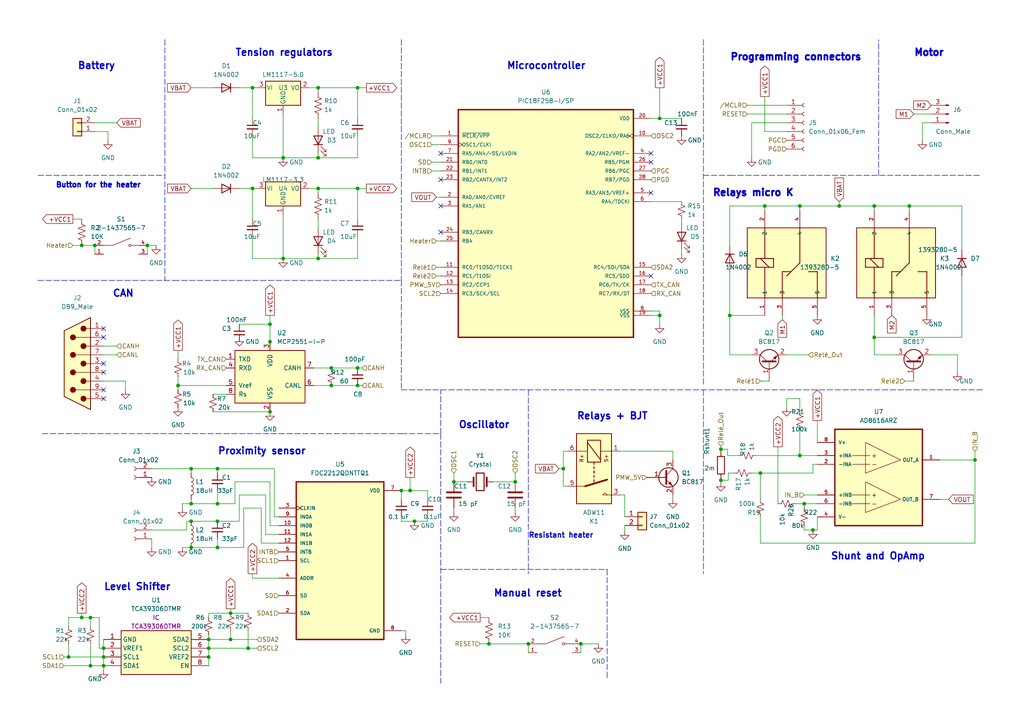
<source format=kicad_sch>
(kicad_sch (version 20211123) (generator eeschema)
  (paper "A4")
  (title_block (title "Projecte EDD: Maleter") (company "Universitat de Barcelona") (comment 1 "Bethany Quintero") (comment 2 "Jan Castillo"))
  (lib_symbols
    (symbol "BQ_library:1393280-5" (pin_names (offset 1.016))
      (property "Reference" "K" (at -10.1718 15.2577 0))
      (property "Value" "1393280-5" (at -10.1794 -15.269 0))
      (symbol "1393280-5_0_0"
        (pin passive line (at -15.24 7.62 0) (length 5.08) (name "1") (number "1"))
        (pin passive line (at 15.24 7.62 180) (length 5.08) (name "2") (number "2"))
        (pin passive line (at -15.24 2.54 0) (length 5.08) (name "3") (number "3"))
        (pin passive line (at 15.24 -2.54 180) (length 5.08) (name "4") (number "4"))
        (pin passive line (at -15.24 -7.62 0) (length 5.08) (name "5") (number "5"))
      )
    )
    (symbol "BQ_library:AD8616ARZ" (pin_names (offset 1.016))
      (property "Reference" "U6" (at 0 15.24 0))
      (property "Value" "AD8616ARZ" (at 0 12.7 0))
      (symbol "AD8616ARZ_0_0"
        (text "+" (at -1.27 -8.89 0) (effects (font (size 1.27 1.27))))
        (text "+" (at -1.27 2.54 0) (effects (font (size 1.27 1.27))))
        (text "-" (at -1.27 -11.43 0) (effects (font (size 1.27 1.27))))
        (text "-" (at -1.27 0 0) (effects (font (size 1.27 1.27))))
        (pin output line (at 17.78 1.27 180) (length 5.08) (name "OUT_A") (number "1"))
        (pin input line (at -17.78 0 0) (length 5.08) (name "-INA") (number "2"))
        (pin input line (at -17.78 2.54 0) (length 5.08) (name "+INA") (number "3"))
        (pin power_in line (at -17.78 -15.24 0) (length 5.08) (name "V-") (number "4"))
        (pin input line (at -17.78 -8.89 0) (length 5.08) (name "+INB") (number "5"))
        (pin input line (at -17.78 -11.43 0) (length 5.08) (name "-INB") (number "6"))
        (pin output line (at 17.78 -10.16 180) (length 5.08) (name "OUT_B") (number "7"))
        (pin power_in line (at -17.78 6.35 0) (length 5.08) (name "V+") (number "8"))
      )
    )
    (symbol "BQ_library:FDC2212QDNTTQ1" (pin_names (offset 1.016))
      (property "Reference" "U" (at -12.7 23.86 0))
      (property "Value" "FDC2212QDNTTQ1" (at -12.7 -26.86 0))
      (symbol "FDC2212QDNTTQ1_0_0"
        (pin input line (at -17.78 0 0) (length 5.08) (name "SCL") (number "1"))
        (pin input line (at -17.78 10.16 0) (length 5.08) (name "IN0B") (number "10"))
        (pin input line (at -17.78 7.62 0) (length 5.08) (name "IN1A") (number "11"))
        (pin input line (at -17.78 5.08 0) (length 5.08) (name "IN1B") (number "12"))
        (pin bidirectional line (at -17.78 -15.24 0) (length 5.08) (name "SDA") (number "2"))
        (pin input clock (at -17.78 15.24 0) (length 5.08) (name "CLKIN") (number "3"))
        (pin bidirectional line (at -17.78 -5.08 0) (length 5.08) (name "ADDR") (number "4"))
        (pin input line (at -17.78 2.54 0) (length 5.08) (name "INTB") (number "5"))
        (pin bidirectional line (at -17.78 -10.16 0) (length 5.08) (name "SD") (number "6"))
        (pin power_in line (at 17.78 20.32 180) (length 5.08) (name "VDD") (number "7"))
        (pin power_in line (at 17.78 -20.32 180) (length 5.08) (name "GND") (number "8"))
        (pin input line (at -17.78 12.7 0) (length 5.08) (name "IN0A") (number "9"))
      )
    )
    (symbol "BQ_library:PIC18F258-I{brace}slash}SP" (pin_names (offset 1.016))
      (property "Reference" "U5" (at 0 38.1 0))
      (property "Value" "PIC18F258-I/SP" (at 0 35.56 0))
      (symbol "PIC18F258-I{brace}slash}SP_0_0"
        (pin input line (at -30.48 25.4 0) (length 5.08) (name "~{MCLR/VPP}") (number "1"))
        (pin output clock (at 30.48 25.4 180) (length 5.08) (name "OSC2/CLKO/RA6") (number "10"))
        (pin bidirectional line (at -30.48 -12.7 0) (length 5.08) (name "RC0/T1OSO/T1CK1") (number "11"))
        (pin bidirectional line (at -30.48 -15.24 0) (length 5.08) (name "RC1/T1OSI") (number "12"))
        (pin bidirectional line (at -30.48 -17.78 0) (length 5.08) (name "RC2/CCP1") (number "13"))
        (pin bidirectional line (at -30.48 -20.32 0) (length 5.08) (name "RC3/SCK/SCL") (number "14"))
        (pin bidirectional line (at 30.48 -12.7 180) (length 5.08) (name "RC4/SDI/SDA") (number "15"))
        (pin bidirectional line (at 30.48 -15.24 180) (length 5.08) (name "RC5/SDO") (number "16"))
        (pin bidirectional line (at 30.48 -17.78 180) (length 5.08) (name "RC6/TX/CK") (number "17"))
        (pin bidirectional line (at 30.48 -20.32 180) (length 5.08) (name "RC7/RX/DT") (number "18"))
        (pin power_in line (at 30.48 -26.67 180) (length 5.08) (name "VSS") (number "19"))
        (pin bidirectional line (at -30.48 7.62 0) (length 5.08) (name "RA0/AN0/CVREF") (number "2"))
        (pin power_in line (at 30.48 30.48 180) (length 5.08) (name "VDD") (number "20"))
        (pin input line (at -30.48 17.78 0) (length 5.08) (name "RB0/INT0") (number "21"))
        (pin input line (at -30.48 15.24 0) (length 5.08) (name "RB1/INT1") (number "22"))
        (pin input line (at -30.48 12.7 0) (length 5.08) (name "RB2/CANTX/INT2") (number "23"))
        (pin bidirectional line (at -30.48 -2.54 0) (length 5.08) (name "RB3/CANRX") (number "24"))
        (pin bidirectional line (at -30.48 -5.08 0) (length 5.08) (name "RB4") (number "25"))
        (pin bidirectional line (at 30.48 17.78 180) (length 5.08) (name "RB5/PGM") (number "26"))
        (pin bidirectional line (at 30.48 15.24 180) (length 5.08) (name "RB6/PGC") (number "27"))
        (pin bidirectional line (at 30.48 12.7 180) (length 5.08) (name "RB7/PGD") (number "28"))
        (pin bidirectional line (at -30.48 5.08 0) (length 5.08) (name "RA1/AN1") (number "3"))
        (pin bidirectional line (at 30.48 20.32 180) (length 5.08) (name "RA2/AN2/VREF-") (number "4"))
        (pin bidirectional line (at 30.48 8.89 180) (length 5.08) (name "RA3/AN3/VREF+") (number "5"))
        (pin bidirectional line (at 30.48 6.35 180) (length 5.08) (name "RA4/T0CKI") (number "6"))
        (pin input line (at -30.48 20.32 0) (length 5.08) (name "RA5/AN4/~SS/LVDIN") (number "7"))
        (pin power_in line (at 30.48 -25.4 180) (length 5.08) (name "VSS") (number "8"))
        (pin input clock (at -30.48 22.86 0) (length 5.08) (name "OSC1/CLKI") (number "9"))
      )
    )
    (symbol "BQ_library:TCA39306DTMR"
      (property "Value" "TCA39306DTMR" (at 0 0 0))
      (property "Reference_1" "IC" (at 26.67 7.62 0))
      (property "Value_1" "TCA39306DTMR" (at 26.67 5.08 0))
      (symbol "TCA39306DTMR_1_1"
        (pin passive line (at 0 0 0) (length 5.08) (name "GND") (number "1"))
        (pin passive line (at 0 -2.54 0) (length 5.08) (name "VREF1") (number "2"))
        (pin passive line (at 0 -5.08 0) (length 5.08) (name "SCL1") (number "3"))
        (pin passive line (at 0 -7.62 0) (length 5.08) (name "SDA1") (number "4"))
        (pin passive line (at 30.48 0 180) (length 5.08) (name "SDA2") (number "5"))
        (pin passive line (at 30.48 -2.54 180) (length 5.08) (name "SCL2") (number "6"))
        (pin passive line (at 30.48 -5.08 180) (length 5.08) (name "VREF2") (number "7"))
        (pin passive line (at 30.48 -7.62 180) (length 5.08) (name "EN") (number "8"))
      )
    )
    (symbol "Connector:Conn_01x02_Female" (pin_names (offset 1.016) hide)
      (property "Reference" "J" (at 0 2.54 0))
      (property "Value" "Conn_01x02_Female" (at 0 -5.08 0))
      (symbol "Conn_01x02_Female_1_1"
        (pin passive line (at -5.08 0 0) (length 3.81) (name "Pin_1") (number "1"))
        (pin passive line (at -5.08 -2.54 0) (length 3.81) (name "Pin_2") (number "2"))
      )
    )
    (symbol "Connector:Conn_01x03_Male" (pin_names (offset 1.016) hide)
      (property "Reference" "J" (at 0 5.08 0))
      (property "Value" "Conn_01x03_Male" (at 0 -5.08 0))
      (symbol "Conn_01x03_Male_1_1"
        (pin passive line (at 5.08 2.54 180) (length 3.81) (name "Pin_1") (number "1"))
        (pin passive line (at 5.08 0 180) (length 3.81) (name "Pin_2") (number "2"))
        (pin passive line (at 5.08 -2.54 180) (length 3.81) (name "Pin_3") (number "3"))
      )
    )
    (symbol "Connector:Conn_01x06_Female" (pin_names (offset 1.016) hide)
      (property "Reference" "J" (at 0 7.62 0))
      (property "Value" "Conn_01x06_Female" (at 0 -10.16 0))
      (symbol "Conn_01x06_Female_1_1"
        (pin passive line (at -5.08 5.08 0) (length 3.81) (name "Pin_1") (number "1"))
        (pin passive line (at -5.08 2.54 0) (length 3.81) (name "Pin_2") (number "2"))
        (pin passive line (at -5.08 0 0) (length 3.81) (name "Pin_3") (number "3"))
        (pin passive line (at -5.08 -2.54 0) (length 3.81) (name "Pin_4") (number "4"))
        (pin passive line (at -5.08 -5.08 0) (length 3.81) (name "Pin_5") (number "5"))
        (pin passive line (at -5.08 -7.62 0) (length 3.81) (name "Pin_6") (number "6"))
      )
    )
    (symbol "Connector:DB9_Male" (pin_names (offset 1.016) hide)
      (property "Reference" "J" (at 0 13.97 0))
      (property "Value" "DB9_Male" (at 0 -14.605 0))
      (symbol "DB9_Male_1_1"
        (pin passive line (at -7.62 -10.16 0) (length 3.81) (name "1") (number "1"))
        (pin passive line (at -7.62 -5.08 0) (length 3.81) (name "2") (number "2"))
        (pin passive line (at -7.62 0 0) (length 3.81) (name "3") (number "3"))
        (pin passive line (at -7.62 5.08 0) (length 3.81) (name "4") (number "4"))
        (pin passive line (at -7.62 10.16 0) (length 3.81) (name "5") (number "5"))
        (pin passive line (at -7.62 -7.62 0) (length 3.81) (name "6") (number "6"))
        (pin passive line (at -7.62 -2.54 0) (length 3.81) (name "7") (number "7"))
        (pin passive line (at -7.62 2.54 0) (length 3.81) (name "8") (number "8"))
        (pin passive line (at -7.62 7.62 0) (length 3.81) (name "9") (number "9"))
      )
    )
    (symbol "Connector_Generic:Conn_01x02" (pin_names (offset 1.016) hide)
      (property "Reference" "J" (at 0 2.54 0))
      (property "Value" "Conn_01x02" (at 0 -5.08 0))
      (symbol "Conn_01x02_1_1"
        (pin passive line (at -5.08 0 0) (length 3.81) (name "Pin_1") (number "1"))
        (pin passive line (at -5.08 -2.54 0) (length 3.81) (name "Pin_2") (number "2"))
      )
    )
    (symbol "Device:C" (pin_numbers hide) (pin_names (offset 0.254))
      (property "Reference" "C" (at 0.635 2.54 0))
      (property "Value" "C" (at 0.635 -2.54 0))
      (symbol "C_1_1"
        (pin passive line (at 0 3.81 270) (length 2.794) (name "~") (number "1"))
        (pin passive line (at 0 -3.81 90) (length 2.794) (name "~") (number "2"))
      )
    )
    (symbol "Device:C_Small" (pin_numbers hide) (pin_names (offset 0.254) hide)
      (property "Reference" "C" (at 0.254 1.778 0))
      (property "Value" "C_Small" (at 0.254 -2.032 0))
      (symbol "C_Small_1_1"
        (pin passive line (at 0 2.54 270) (length 2.032) (name "~") (number "1"))
        (pin passive line (at 0 -2.54 90) (length 2.032) (name "~") (number "2"))
      )
    )
    (symbol "Device:Crystal" (pin_numbers hide) (pin_names (offset 1.016) hide)
      (property "Reference" "Y" (at 0 3.81 0))
      (property "Value" "Crystal" (at 0 -3.81 0))
      (symbol "Crystal_1_1"
        (pin passive line (at -3.81 0 0) (length 1.27) (name "1") (number "1"))
        (pin passive line (at 3.81 0 180) (length 1.27) (name "2") (number "2"))
      )
    )
    (symbol "Device:L" (pin_numbers hide) (pin_names (offset 1.016) hide)
      (property "Reference" "L" (at -1.27 0 90))
      (property "Value" "L" (at 1.905 0 90))
      (symbol "L_1_1"
        (pin passive line (at 0 3.81 270) (length 1.27) (name "1") (number "1"))
        (pin passive line (at 0 -3.81 90) (length 1.27) (name "2") (number "2"))
      )
    )
    (symbol "Device:LED" (pin_numbers hide) (pin_names (offset 1.016) hide)
      (property "Reference" "D" (at 0 2.54 0))
      (property "Value" "LED" (at 0 -2.54 0))
      (symbol "LED_1_1"
        (pin passive line (at -3.81 0 0) (length 2.54) (name "K") (number "1"))
        (pin passive line (at 3.81 0 180) (length 2.54) (name "A") (number "2"))
      )
    )
    (symbol "Device:R" (pin_numbers hide) (pin_names (offset 0))
      (property "Reference" "R" (at 2.032 0 90))
      (property "Value" "R" (at 0 0 90))
      (symbol "R_1_1"
        (pin passive line (at 0 3.81 270) (length 1.27) (name "~") (number "1"))
        (pin passive line (at 0 -3.81 90) (length 1.27) (name "~") (number "2"))
      )
    )
    (symbol "Device:R_Small_US" (pin_numbers hide) (pin_names (offset 0.254) hide)
      (property "Reference" "R" (at 0.762 0.508 0))
      (property "Value" "R_Small_US" (at 0.762 -1.016 0))
      (symbol "R_Small_US_1_1"
        (pin passive line (at 0 2.54 270) (length 1.016) (name "~") (number "1"))
        (pin passive line (at 0 -2.54 90) (length 1.016) (name "~") (number "2"))
      )
    )
    (symbol "Device:R_US" (pin_numbers hide) (pin_names (offset 0))
      (property "Reference" "R" (at 2.54 0 90))
      (property "Value" "R_US" (at -2.54 0 90))
      (symbol "R_US_1_1"
        (pin passive line (at 0 3.81 270) (length 1.27) (name "~") (number "1"))
        (pin passive line (at 0 -3.81 90) (length 1.27) (name "~") (number "2"))
      )
    )
    (symbol "Diode:1N4002" (pin_numbers hide) (pin_names (offset 1.016) hide)
      (property "Reference" "D" (at 0 2.54 0))
      (property "Value" "1N4002" (at 0 -2.54 0))
      (symbol "1N4002_1_1"
        (pin passive line (at -3.81 0 0) (length 2.54) (name "K") (number "1"))
        (pin passive line (at 3.81 0 180) (length 2.54) (name "A") (number "2"))
      )
    )
    (symbol "GND_1" (power) (pin_names (offset 0))
      (property "Value" "GND_1" (at 0 -3.81 0))
      (symbol "GND_1_1_1"
        (pin power_in line (at 0 0 270) (length 0) hide (name "GND") (number "1"))
      )
    )
    (symbol "GND_2" (power) (pin_names (offset 0))
      (property "Value" "GND_2" (at 0 -3.81 0))
      (symbol "GND_2_1_1"
        (pin power_in line (at 0 0 270) (length 0) hide (name "GND") (number "1"))
      )
    )
    (symbol "Interface_CAN_LIN:MCP2551-I-P" (pin_names (offset 1.016))
      (property "Reference" "U" (at -10.16 8.89 0))
      (property "Value" "MCP2551-I-P" (at 2.54 8.89 0))
      (symbol "MCP2551-I-P_1_1"
        (pin input line (at -12.7 5.08 0) (length 2.54) (name "TXD") (number "1"))
        (pin power_in line (at 0 -10.16 90) (length 2.54) (name "VSS") (number "2"))
        (pin power_in line (at 0 10.16 270) (length 2.54) (name "VDD") (number "3"))
        (pin output line (at -12.7 2.54 0) (length 2.54) (name "RXD") (number "4"))
        (pin power_out line (at -12.7 -2.54 0) (length 2.54) (name "Vref") (number "5"))
        (pin bidirectional line (at 12.7 -2.54 180) (length 2.54) (name "CANL") (number "6"))
        (pin bidirectional line (at 12.7 2.54 180) (length 2.54) (name "CANH") (number "7"))
        (pin input line (at -12.7 -5.08 0) (length 2.54) (name "Rs") (number "8"))
      )
    )
    (symbol "Llibreria_Prac3:2-1437565-7" (pin_names (offset 1.016))
      (property "Reference" "S" (at -2.54 2.54 0))
      (property "Value" "2-1437565-7" (at -2.54 -2.54 0))
      (symbol "2-1437565-7_0_0"
        (pin passive line (at -7.62 -2.54 0) (length 2.54) (name "~") (number "1"))
        (pin passive line (at -7.62 0 0) (length 2.54) (name "~") (number "2"))
        (pin passive line (at 7.62 -2.54 180) (length 2.54) (name "~") (number "3"))
        (pin passive line (at 7.62 0 180) (length 2.54) (name "~") (number "4"))
      )
    )
    (symbol "Regulator_Linear:LM1117-3.3" (pin_names (offset 0.254))
      (property "Reference" "U" (at -3.81 3.175 0))
      (property "Value" "LM1117-3.3" (at 0 3.175 0))
      (symbol "LM1117-3.3_1_1"
        (pin power_in line (at 0 -7.62 90) (length 2.54) (name "GND") (number "1"))
        (pin power_out line (at 7.62 0 180) (length 2.54) (name "VO") (number "2"))
        (pin power_in line (at -7.62 0 0) (length 2.54) (name "VI") (number "3"))
      )
    )
    (symbol "Regulator_Linear:LM1117-5.0" (pin_names (offset 0.254))
      (property "Reference" "U" (at -3.81 3.175 0))
      (property "Value" "LM1117-5.0" (at 0 3.175 0))
      (symbol "LM1117-5.0_1_1"
        (pin power_in line (at 0 -7.62 90) (length 2.54) (name "GND") (number "1"))
        (pin power_out line (at 7.62 0 180) (length 2.54) (name "VO") (number "2"))
        (pin power_in line (at -7.62 0 0) (length 2.54) (name "VI") (number "3"))
      )
    )
    (symbol "Relay:ADW11"
      (property "Reference" "K" (at 11.43 3.81 0))
      (property "Value" "ADW11" (at 13.97 1.27 0))
      (symbol "ADW11_1_1"
        (text "R+" (at -3.048 -3.556 0) (effects (font (size 1.016 1.016))))
        (text "S+" (at -3.048 3.556 0) (effects (font (size 1.016 1.016))))
        (pin passive line (at -5.08 7.62 270) (length 2.54) (name "~") (number "1"))
        (pin passive line (at 7.62 7.62 270) (length 2.54) (name "~") (number "3"))
        (pin passive line (at 5.08 -7.62 90) (length 2.54) (name "~") (number "5"))
        (pin passive line (at -5.08 -7.62 90) (length 2.54) (name "~") (number "6"))
      )
    )
    (symbol "Transistor_BJT:BC817" (pin_names (offset 0) hide)
      (property "Reference" "Q" (at 5.08 1.905 0))
      (property "Value" "BC817" (at 5.08 0 0))
      (symbol "BC817_1_1"
        (pin input line (at -5.08 0 0) (length 5.715) (name "B") (number "1"))
        (pin passive line (at 2.54 -5.08 90) (length 2.54) (name "E") (number "2"))
        (pin passive line (at 2.54 5.08 270) (length 2.54) (name "C") (number "3"))
      )
    )
    (symbol "power:GND" (power) (pin_names (offset 0))
      (property "Value" "GND" (at 0 -3.81 0))
      (symbol "GND_1_1"
        (pin power_in line (at 0 0 270) (length 0) hide (name "GND") (number "1"))
      )
    )
  )
  (junction (at 233.2482 146.1008))
  (junction (at 153.2382 186.7408))
  (junction (at 55.4482 151.1808))
  (junction (at 263.7282 59.7408))
  (junction (at 73.2282 25.4508))
  (junction (at 63.0682 158.8008))
  (junction (at 96.0882 106.7308))
  (junction (at 211.6582 91.4908))
  (junction (at 66.8782 177.8508))
  (junction (at 116.4082 142.2908))
  (junction (at 220.5482 137.2108))
  (junction (at 82.1182 74.9808))
  (junction (at 82.1182 45.7708))
  (junction (at 42.7482 71.1708))
  (junction (at 118.9482 142.2908))
  (junction (at 141.8082 186.7408))
  (junction (at 30.0482 188.0108))
  (junction (at 92.2782 54.6608))
  (junction (at 63.0682 151.1808))
  (junction (at 131.6482 139.7508))
  (junction (at 60.5282 185.4708))
  (junction (at 209.0928 139.2936))
  (junction (at 96.0882 111.8108))
  (junction (at 51.6382 111.8108))
  (junction (at 27.5082 71.1708))
  (junction (at 60.5282 190.5508))
  (junction (at 78.3082 99.1108))
  (junction (at 103.7082 54.6608))
  (junction (at 120.2182 151.1808))
  (junction (at 149.4282 139.7508))
  (junction (at 168.4782 186.7408))
  (junction (at 23.6982 71.1708))
  (junction (at 103.7082 111.8108))
  (junction (at 103.7082 106.7308))
  (junction (at 63.0682 135.9408))
  (junction (at 78.3082 119.4308))
  (junction (at 55.4482 146.1008))
  (junction (at 103.7082 25.4508))
  (junction (at 221.8182 59.7408))
  (junction (at 209.0928 130.302))
  (junction (at 235.7882 153.7208))
  (junction (at 231.9782 59.7408))
  (junction (at 60.5282 188.0108))
  (junction (at 243.4082 59.7408))
  (junction (at 282.7782 133.4008))
  (junction (at 63.0682 146.1008))
  (junction (at 19.8882 190.5508))
  (junction (at 78.3082 94.0308))
  (junction (at 55.4482 158.8008))
  (junction (at 23.6982 179.1208))
  (junction (at 191.3382 34.3408))
  (junction (at 71.9582 188.0108))
  (junction (at 163.3982 135.9408))
  (junction (at 30.0482 193.0908))
  (junction (at 92.2782 74.9808))
  (junction (at 26.2382 193.0908))
  (junction (at 253.5682 97.8408))
  (junction (at 92.2782 25.4508))
  (junction (at 253.5682 59.7408))
  (junction (at 30.0482 190.5508))
  (junction (at 191.3382 91.4908))
  (junction (at 92.2782 45.7708))
  (junction (at 231.9782 132.1308))
  (junction (at 26.2382 179.1208))
  (junction (at 55.4482 135.9408))
  (junction (at 73.2282 54.6608))
  (junction (at 66.8782 185.4708))
  (no_connect (at 30.0482 105.4608))
  (no_connect (at 127.8382 59.7408))
  (no_connect (at 188.7982 55.9308))
  (no_connect (at 30.0482 113.0808))
  (no_connect (at 30.0482 97.8408))
  (no_connect (at 127.8382 44.5008))
  (no_connect (at 30.0482 95.3008))
  (no_connect (at 127.8382 52.1208))
  (no_connect (at 188.7982 44.5008))
  (no_connect (at 127.8382 67.3608))
  (no_connect (at 30.0482 115.6208))
  (no_connect (at 30.0482 108.0008))
  (no_connect (at 188.7982 80.0608))
  (no_connect (at 188.7982 47.0408))
  (wire (pts (xy 282.7782 130.8608) (xy 282.7782 133.4008)))
  (wire (pts (xy 181.2036 154.0002) (xy 181.2036 152.4)))
  (polyline (pts (xy 204.0382 113.0808) (xy 204.0382 166.4208)))
  (wire (pts (xy 103.7082 34.3408) (xy 103.7082 25.4508)))
  (wire (pts (xy 79.5782 149.9108) (xy 80.8482 149.9108)))
  (wire (pts (xy 126.5682 80.0608) (xy 127.8382 80.0608)))
  (wire (pts (xy 28.7782 179.1208) (xy 26.2382 179.1208)))
  (wire (pts (xy 233.2482 146.1008) (xy 233.2482 147.3708)))
  (wire (pts (xy 78.3082 94.0308) (xy 78.3082 99.1108)))
  (wire (pts (xy 164.6682 130.8608) (xy 163.3982 130.8608)))
  (wire (pts (xy 235.7882 134.6708) (xy 237.0582 134.6708)))
  (wire (pts (xy 124.0282 142.2908) (xy 124.0282 144.8308)))
  (polyline (pts (xy 254.8382 50.8508) (xy 254.8382 11.4808)))
  (wire (pts (xy 63.0682 158.8008) (xy 70.6882 158.8008)))
  (wire (pts (xy 36.3982 110.5408) (xy 36.3982 113.0808)))
  (wire (pts (xy 73.2282 167.6908) (xy 80.8482 167.6908)))
  (wire (pts (xy 116.4082 182.9308) (xy 117.6782 182.9308)))
  (wire (pts (xy 66.8782 185.4708) (xy 74.4982 185.4708)))
  (wire (pts (xy 209.0928 129.3876) (xy 209.0928 130.302)))
  (wire (pts (xy 103.7082 63.5508) (xy 103.7082 54.6608)))
  (wire (pts (xy 188.7982 34.3408) (xy 191.3382 34.3408)))
  (wire (pts (xy 235.7882 153.7208) (xy 237.0582 153.7208)))
  (wire (pts (xy 103.7082 106.7308) (xy 104.9782 106.7308)))
  (wire (pts (xy 103.7082 25.4508) (xy 106.2482 25.4508)))
  (wire (pts (xy 116.4082 142.2908) (xy 118.9482 142.2908)))
  (wire (pts (xy 179.9082 130.8608) (xy 195.1482 130.8608)))
  (wire (pts (xy 28.7782 188.0108) (xy 28.7782 179.1208)))
  (wire (pts (xy 60.5282 184.2008) (xy 60.5282 185.4708)))
  (wire (pts (xy 73.2282 45.7708) (xy 82.1182 45.7708)))
  (wire (pts (xy 69.4182 94.0308) (xy 78.3082 94.0308)))
  (wire (pts (xy 21.1582 63.5508) (xy 23.6982 63.5508)))
  (wire (pts (xy 73.2282 25.4508) (xy 73.2282 34.3408)))
  (wire (pts (xy 55.4482 54.6608) (xy 61.7982 54.6608)))
  (wire (pts (xy 66.8782 182.9308) (xy 66.8782 185.4708)))
  (wire (pts (xy 63.0682 156.2608) (xy 63.0682 158.8008)))
  (wire (pts (xy 228.1682 115.6208) (xy 228.1682 118.1608)))
  (wire (pts (xy 69.4182 25.4508) (xy 73.2282 25.4508)))
  (wire (pts (xy 60.5282 190.5508) (xy 60.5282 193.0908)))
  (wire (pts (xy 220.5482 157.5308) (xy 220.5482 149.9108)))
  (wire (pts (xy 195.1482 130.8608) (xy 195.1482 133.4008)))
  (wire (pts (xy 219.2782 132.1308) (xy 231.9782 132.1308)))
  (wire (pts (xy 168.4782 186.7408) (xy 168.4782 189.2808)))
  (wire (pts (xy 69.4182 143.5608) (xy 69.4182 151.1808)))
  (wire (pts (xy 216.7382 30.5308) (xy 228.1682 30.5308)))
  (wire (pts (xy 218.0082 35.6108) (xy 228.1682 35.6108)))
  (wire (pts (xy 211.0232 132.1308) (xy 214.1982 132.1308)))
  (wire (pts (xy 44.0182 153.7208) (xy 54.1782 153.7208)))
  (wire (pts (xy 92.2782 25.4508) (xy 103.7082 25.4508)))
  (polyline (pts (xy 127.8382 165.1508) (xy 176.0982 165.1508)))
  (wire (pts (xy 139.2682 186.7408) (xy 141.8082 186.7408)))
  (polyline (pts (xy 116.4082 125.7808) (xy 127.8382 125.7808)))
  (wire (pts (xy 92.2782 34.3408) (xy 92.2782 36.8808)))
  (wire (pts (xy 116.4082 149.9108) (xy 116.4082 151.1808)))
  (wire (pts (xy 63.0682 142.2908) (xy 63.0682 146.1008)))
  (wire (pts (xy 211.0232 130.302) (xy 209.0928 130.302)))
  (wire (pts (xy 191.3382 90.2208) (xy 191.3382 91.4908)))
  (wire (pts (xy 235.7882 137.2108) (xy 235.7882 134.6708)))
  (wire (pts (xy 233.2482 152.4508) (xy 233.2482 153.7208)))
  (wire (pts (xy 188.7982 91.4908) (xy 191.3382 91.4908)))
  (wire (pts (xy 126.5682 77.5208) (xy 127.8382 77.5208)))
  (wire (pts (xy 69.4182 143.5608) (xy 77.0382 143.5608)))
  (polyline (pts (xy 116.4082 81.3308) (xy 116.4082 81.3308)))
  (wire (pts (xy 68.1482 139.7508) (xy 68.1482 146.1008)))
  (wire (pts (xy 63.0682 135.9408) (xy 63.0682 137.2108)))
  (wire (pts (xy 70.6882 147.3708) (xy 70.6882 158.8008)))
  (wire (pts (xy 92.2782 54.6608) (xy 103.7082 54.6608)))
  (wire (pts (xy 51.6382 101.6508) (xy 51.6382 104.1908)))
  (wire (pts (xy 103.7082 39.4208) (xy 103.7082 45.7708)))
  (wire (pts (xy 278.9682 80.0608) (xy 278.9682 97.8408)))
  (wire (pts (xy 220.5482 157.5308) (xy 282.7782 157.5308)))
  (wire (pts (xy 60.5282 177.8508) (xy 66.8782 177.8508)))
  (wire (pts (xy 231.9782 59.7408) (xy 231.9782 61.0108)))
  (polyline (pts (xy 12.2682 125.7808) (xy 116.4082 125.7808)))
  (wire (pts (xy 23.6982 71.1708) (xy 27.5082 71.1708)))
  (wire (pts (xy 55.4482 25.4508) (xy 61.7982 25.4508)))
  (polyline (pts (xy 204.0382 11.4808) (xy 204.0382 111.8108)))
  (wire (pts (xy 253.5682 91.4908) (xy 253.5682 97.8408)))
  (wire (pts (xy 272.6182 144.8308) (xy 275.1582 144.8308)))
  (wire (pts (xy 68.1482 139.7508) (xy 78.3082 139.7508)))
  (wire (pts (xy 118.9482 142.2908) (xy 124.0282 142.2908)))
  (wire (pts (xy 26.2382 179.1208) (xy 23.6982 179.1208)))
  (wire (pts (xy 218.0082 102.9208) (xy 211.6582 102.9208)))
  (wire (pts (xy 92.2782 54.6608) (xy 92.2782 55.9308)))
  (wire (pts (xy 73.2282 39.4208) (xy 73.2282 45.7708)))
  (wire (pts (xy 179.9082 143.5608) (xy 181.1782 143.5608)))
  (wire (pts (xy 253.5682 59.7408) (xy 263.7282 59.7408)))
  (wire (pts (xy 237.0582 149.9108) (xy 237.0582 153.7208)))
  (wire (pts (xy 55.4482 146.1008) (xy 63.0682 146.1008)))
  (wire (pts (xy 44.0182 135.9408) (xy 55.4482 135.9408)))
  (wire (pts (xy 225.6282 129.5908) (xy 225.6282 146.1008)))
  (wire (pts (xy 226.8982 92.7608) (xy 226.8982 91.4908)))
  (wire (pts (xy 19.8882 186.7408) (xy 19.8882 190.5508)))
  (wire (pts (xy 211.6582 59.7408) (xy 221.8182 59.7408)))
  (wire (pts (xy 55.4482 135.9408) (xy 55.4482 137.2108)))
  (wire (pts (xy 92.2782 74.9808) (xy 103.7082 74.9808)))
  (wire (pts (xy 231.9782 132.1308) (xy 237.0582 132.1308)))
  (wire (pts (xy 116.4082 142.2908) (xy 116.4082 144.8308)))
  (wire (pts (xy 220.5482 137.2108) (xy 220.5482 144.8308)))
  (wire (pts (xy 173.5582 186.7408) (xy 168.4782 186.7408)))
  (wire (pts (xy 126.5682 69.9008) (xy 127.8382 69.9008)))
  (wire (pts (xy 212.9282 137.2108) (xy 211.2264 137.2108)))
  (wire (pts (xy 220.5482 110.5408) (xy 223.0882 110.5408)))
  (wire (pts (xy 211.6582 78.7908) (xy 211.6582 91.4908)))
  (wire (pts (xy 228.1682 115.6208) (xy 231.9782 115.6208)))
  (wire (pts (xy 103.7082 54.6608) (xy 106.2482 54.6608)))
  (polyline (pts (xy 116.4082 113.0808) (xy 116.4082 113.0808)))
  (polyline (pts (xy 10.9982 50.8508) (xy 47.8282 50.8508)))
  (wire (pts (xy 209.0928 139.2936) (xy 209.0928 138.7348)))
  (wire (pts (xy 73.2282 54.6608) (xy 74.4982 54.6608)))
  (wire (pts (xy 96.0882 106.7308) (xy 103.7082 106.7308)))
  (wire (pts (xy 27.5082 35.6108) (xy 33.8582 35.6108)))
  (wire (pts (xy 253.5682 97.8408) (xy 253.5682 102.9208)))
  (wire (pts (xy 233.2482 146.1008) (xy 237.0582 146.1008)))
  (wire (pts (xy 75.7682 157.5308) (xy 80.8482 157.5308)))
  (wire (pts (xy 124.0282 149.9108) (xy 124.0282 151.1808)))
  (wire (pts (xy 253.5682 59.7408) (xy 253.5682 61.0108)))
  (wire (pts (xy 278.9682 59.7408) (xy 263.7282 59.7408)))
  (wire (pts (xy 163.3982 135.9408) (xy 163.3982 130.8608)))
  (wire (pts (xy 42.7482 71.1708) (xy 42.7482 73.7108)))
  (wire (pts (xy 191.3382 91.4908) (xy 191.3382 94.0308)))
  (wire (pts (xy 103.7082 68.6308) (xy 103.7082 74.9808)))
  (wire (pts (xy 60.5282 188.0108) (xy 60.5282 190.5508)))
  (wire (pts (xy 82.1182 45.7708) (xy 92.2782 45.7708)))
  (wire (pts (xy 92.2782 45.7708) (xy 103.7082 45.7708)))
  (wire (pts (xy 164.6682 141.0208) (xy 163.3982 141.0208)))
  (wire (pts (xy 18.6182 193.0908) (xy 26.2382 193.0908)))
  (polyline (pts (xy 116.4082 11.4808) (xy 116.4082 81.3308)))
  (wire (pts (xy 82.1182 33.0708) (xy 82.1182 45.7708)))
  (wire (pts (xy 51.6382 111.8108) (xy 65.6082 111.8108)))
  (wire (pts (xy 30.0482 185.4708) (xy 30.0482 188.0108)))
  (wire (pts (xy 78.3082 139.7508) (xy 78.3082 152.4508)))
  (wire (pts (xy 73.2282 166.4208) (xy 73.2282 167.6908)))
  (wire (pts (xy 270.0782 35.6108) (xy 267.5382 35.6108)))
  (wire (pts (xy 27.5082 38.1508) (xy 31.3182 38.1508)))
  (wire (pts (xy 26.2382 186.7408) (xy 26.2382 193.0908)))
  (polyline (pts (xy 47.8282 11.4808) (xy 47.8282 81.3308)))
  (wire (pts (xy 69.4182 54.6608) (xy 73.2282 54.6608)))
  (wire (pts (xy 30.0482 193.0908) (xy 30.0482 194.3608)))
  (wire (pts (xy 30.0482 188.0108) (xy 30.0482 190.5508)))
  (wire (pts (xy 221.8182 59.7408) (xy 231.9782 59.7408)))
  (wire (pts (xy 220.5482 137.2108) (xy 235.7882 137.2108)))
  (wire (pts (xy 55.4482 135.9408) (xy 63.0682 135.9408)))
  (wire (pts (xy 18.6182 190.5508) (xy 19.8882 190.5508)))
  (polyline (pts (xy 116.4082 81.3308) (xy 116.4082 113.0808)))
  (polyline (pts (xy 153.2382 113.0808) (xy 153.2382 166.4208)))
  (polyline (pts (xy 176.0982 165.1508) (xy 176.0982 196.9008)))
  (wire (pts (xy 233.2482 153.7208) (xy 235.7882 153.7208)))
  (wire (pts (xy 211.2264 139.2936) (xy 209.0928 139.2936)))
  (wire (pts (xy 104.9782 111.8108) (xy 103.7082 111.8108)))
  (polyline (pts (xy 211.6582 50.8508) (xy 266.2682 50.8508)))
  (wire (pts (xy 44.0182 156.2608) (xy 44.0182 158.8008)))
  (wire (pts (xy 211.0232 132.1308) (xy 211.0232 130.302)))
  (wire (pts (xy 55.4482 144.8308) (xy 55.4482 146.1008)))
  (wire (pts (xy 221.8182 38.1508) (xy 221.8182 27.9908)))
  (wire (pts (xy 272.6182 133.4008) (xy 282.7782 133.4008)))
  (wire (pts (xy 143.0782 139.7508) (xy 149.4282 139.7508)))
  (wire (pts (xy 278.9682 97.8408) (xy 253.5682 97.8408)))
  (wire (pts (xy 51.6382 109.2708) (xy 51.6382 111.8108)))
  (wire (pts (xy 78.3082 91.4908) (xy 78.3082 94.0308)))
  (wire (pts (xy 131.6482 139.7508) (xy 135.4582 139.7508)))
  (polyline (pts (xy 284.0482 50.8508) (xy 266.2682 50.8508)))
  (wire (pts (xy 89.7382 54.6608) (xy 92.2782 54.6608)))
  (wire (pts (xy 92.2782 44.5008) (xy 92.2782 45.7708)))
  (polyline (pts (xy 127.8382 125.7808) (xy 127.8382 113.0808)))
  (wire (pts (xy 277.6982 102.9208) (xy 277.6982 108.0008)))
  (wire (pts (xy 79.5782 135.9408) (xy 79.5782 149.9108)))
  (wire (pts (xy 233.2482 143.5608) (xy 237.0582 143.5608)))
  (wire (pts (xy 282.7782 157.5308) (xy 282.7782 133.4008)))
  (wire (pts (xy 71.9582 188.0108) (xy 74.4982 188.0108)))
  (polyline (pts (xy 204.0382 50.8508) (xy 211.6582 50.8508)))
  (wire (pts (xy 30.0482 190.5508) (xy 30.0482 193.0908)))
  (wire (pts (xy 63.0682 151.1808) (xy 69.4182 151.1808)))
  (wire (pts (xy 267.5382 35.6108) (xy 267.5382 40.6908)))
  (wire (pts (xy 66.8782 177.8508) (xy 71.9582 177.8508)))
  (wire (pts (xy 228.1682 102.9208) (xy 234.5182 102.9208)))
  (wire (pts (xy 209.0928 139.9286) (xy 209.0928 139.2936)))
  (wire (pts (xy 211.6582 102.9208) (xy 211.6582 91.4908)))
  (wire (pts (xy 28.7782 188.0108) (xy 30.0482 188.0108)))
  (wire (pts (xy 117.6782 182.9308) (xy 117.6782 184.2008)))
  (wire (pts (xy 125.2982 39.4208) (xy 127.8382 39.4208)))
  (wire (pts (xy 211.6582 71.1708) (xy 211.6582 59.7408)))
  (wire (pts (xy 27.5082 71.1708) (xy 27.5082 73.7108)))
  (wire (pts (xy 191.3382 34.3408) (xy 197.6882 34.3408)))
  (wire (pts (xy 52.9082 146.1008) (xy 55.4482 146.1008)))
  (wire (pts (xy 19.8882 181.6608) (xy 19.8882 179.1208)))
  (wire (pts (xy 92.2782 25.4508) (xy 92.2782 26.7208)))
  (wire (pts (xy 163.3982 135.9408) (xy 162.1282 135.9408)))
  (wire (pts (xy 126.5682 57.2008) (xy 127.8382 57.2008)))
  (wire (pts (xy 70.6882 147.3708) (xy 75.7682 147.3708)))
  (wire (pts (xy 131.6482 147.3708) (xy 131.6482 148.6408)))
  (wire (pts (xy 69.4182 99.1108) (xy 69.4182 97.8408)))
  (wire (pts (xy 91.0082 111.8108) (xy 96.0882 111.8108)))
  (polyline (pts (xy 116.4082 113.0808) (xy 285.3182 113.0808)))
  (wire (pts (xy 218.0082 45.7708) (xy 218.0082 35.6108)))
  (wire (pts (xy 228.1682 38.1508) (xy 221.8182 38.1508)))
  (wire (pts (xy 75.7682 147.3708) (xy 75.7682 157.5308)))
  (wire (pts (xy 26.2382 193.0908) (xy 30.0482 193.0908)))
  (wire (pts (xy 149.4282 147.3708) (xy 149.4282 148.6408)))
  (wire (pts (xy 278.9682 72.4408) (xy 278.9682 59.7408)))
  (wire (pts (xy 54.1782 153.7208) (xy 54.1782 151.1808)))
  (wire (pts (xy 73.2282 25.4508) (xy 74.4982 25.4508)))
  (wire (pts (xy 23.6982 179.1208) (xy 23.6982 177.8508)))
  (wire (pts (xy 197.6882 63.5508) (xy 197.6882 64.8208)))
  (wire (pts (xy 73.2282 74.9808) (xy 82.1182 74.9808)))
  (polyline (pts (xy 10.9982 81.3308) (xy 50.3682 81.3308)))
  (wire (pts (xy 60.5282 185.4708) (xy 66.8782 185.4708)))
  (wire (pts (xy 191.3382 25.4508) (xy 191.3382 34.3408)))
  (wire (pts (xy 66.8782 176.5808) (xy 66.8782 177.8508)))
  (wire (pts (xy 61.7982 119.4308) (xy 78.3082 119.4308)))
  (wire (pts (xy 82.1182 74.9808) (xy 92.2782 74.9808)))
  (wire (pts (xy 195.1482 143.5608) (xy 195.1482 144.8308)))
  (wire (pts (xy 237.0582 121.9708) (xy 237.0582 128.3208)))
  (wire (pts (xy 230.7082 146.1008) (xy 233.2482 146.1008)))
  (wire (pts (xy 243.4082 59.7408) (xy 243.4082 58.4708)))
  (wire (pts (xy 51.6382 111.8108) (xy 51.6382 113.0808)))
  (wire (pts (xy 73.2282 54.6608) (xy 73.2282 63.5508)))
  (wire (pts (xy 60.5282 177.8508) (xy 60.5282 179.1208)))
  (wire (pts (xy 139.2682 179.1208) (xy 141.8082 179.1208)))
  (wire (pts (xy 125.2982 41.9608) (xy 127.8382 41.9608)))
  (wire (pts (xy 52.9082 146.1008) (xy 52.9082 147.3708)))
  (wire (pts (xy 188.7982 58.4708) (xy 197.6882 58.4708)))
  (wire (pts (xy 141.8082 186.7408) (xy 153.2382 186.7408)))
  (wire (pts (xy 188.7982 90.2208) (xy 191.3382 90.2208)))
  (wire (pts (xy 19.8882 179.1208) (xy 23.6982 179.1208)))
  (wire (pts (xy 92.2782 73.7108) (xy 92.2782 74.9808)))
  (wire (pts (xy 26.2382 179.1208) (xy 26.2382 181.6608)))
  (wire (pts (xy 149.4282 137.2108) (xy 149.4282 139.7508)))
  (wire (pts (xy 216.7382 33.0708) (xy 228.1682 33.0708)))
  (wire (pts (xy 89.7382 25.4508) (xy 92.2782 25.4508)))
  (wire (pts (xy 45.2882 71.1708) (xy 42.7482 71.1708)))
  (wire (pts (xy 96.0882 111.8108) (xy 103.7082 111.8108)))
  (wire (pts (xy 91.0082 106.7308) (xy 96.0882 106.7308)))
  (wire (pts (xy 153.2382 186.7408) (xy 153.2382 189.2808)))
  (polyline (pts (xy 50.3682 81.3308) (xy 116.4082 81.3308)))
  (wire (pts (xy 253.5682 102.9208) (xy 259.9182 102.9208)))
  (wire (pts (xy 73.2282 68.6308) (xy 73.2282 74.9808)))
  (wire (pts (xy 211.2264 137.2108) (xy 211.2264 139.2936)))
  (wire (pts (xy 125.2982 49.5808) (xy 127.8382 49.5808)))
  (wire (pts (xy 221.8182 91.4908) (xy 211.6582 91.4908)))
  (wire (pts (xy 231.9782 124.5108) (xy 231.9782 132.1308)))
  (wire (pts (xy 21.1582 71.1708) (xy 23.6982 71.1708)))
  (wire (pts (xy 82.1182 62.2808) (xy 82.1182 74.9808)))
  (polyline (pts (xy 127.8382 125.7808) (xy 127.8382 198.1708)))
  (wire (pts (xy 125.2982 47.0408) (xy 127.8382 47.0408)))
  (wire (pts (xy 118.9482 138.4808) (xy 118.9482 142.2908)))
  (wire (pts (xy 55.4482 158.8008) (xy 63.0682 158.8008)))
  (wire (pts (xy 60.5282 185.4708) (xy 60.5282 188.0108)))
  (wire (pts (xy 60.5282 188.0108) (xy 71.9582 188.0108)))
  (wire (pts (xy 77.0382 154.9908) (xy 80.8482 154.9908)))
  (wire (pts (xy 65.6082 114.3508) (xy 61.7982 114.3508)))
  (wire (pts (xy 181.1782 143.5608) (xy 181.2036 149.86)))
  (wire (pts (xy 54.1782 151.1808) (xy 55.4482 151.1808)))
  (wire (pts (xy 116.4082 151.1808) (xy 120.2182 151.1808)))
  (wire (pts (xy 33.8582 100.3808) (xy 30.0482 100.3808)))
  (wire (pts (xy 120.2182 151.1808) (xy 124.0282 151.1808)))
  (wire (pts (xy 263.7282 59.7408) (xy 263.7282 61.0108)))
  (wire (pts (xy 77.0382 143.5608) (xy 77.0382 154.9908)))
  (wire (pts (xy 264.9982 33.0708) (xy 270.0782 33.0708)))
  (wire (pts (xy 30.0482 110.5408) (xy 36.3982 110.5408)))
  (wire (pts (xy 131.6482 137.2108) (xy 131.6482 139.7508)))
  (wire (pts (xy 71.9582 182.9308) (xy 71.9582 188.0108)))
  (wire (pts (xy 197.6882 72.4408) (xy 197.6882 73.7108)))
  (wire (pts (xy 63.0682 135.9408) (xy 79.5782 135.9408)))
  (wire (pts (xy 31.3182 38.1508) (xy 31.3182 40.6908)))
  (wire (pts (xy 231.9782 119.4308) (xy 231.9782 115.6208)))
  (wire (pts (xy 218.0082 137.2108) (xy 220.5482 137.2108)))
  (wire (pts (xy 55.4482 151.1808) (xy 63.0682 151.1808)))
  (wire (pts (xy 92.2782 63.5508) (xy 92.2782 66.0908)))
  (wire (pts (xy 33.8582 102.9208) (xy 30.0482 102.9208)))
  (wire (pts (xy 163.3982 141.0208) (xy 163.3982 135.9408)))
  (wire (pts (xy 68.1482 146.1008) (xy 63.0682 146.1008)))
  (wire (pts (xy 209.0928 130.302) (xy 209.0928 131.1148)))
  (wire (pts (xy 19.8882 190.5508) (xy 30.0482 190.5508)))
  (wire (pts (xy 270.0782 102.9208) (xy 277.6982 102.9208)))
  (wire (pts (xy 78.3082 99.1108) (xy 78.3082 100.3808)))
  (wire (pts (xy 231.9782 59.7408) (xy 243.4082 59.7408)))
  (wire (pts (xy 52.9082 158.8008) (xy 55.4482 158.8008)))
  (wire (pts (xy 78.3082 152.4508) (xy 80.8482 152.4508)))
  (wire (pts (xy 262.4582 110.5408) (xy 264.9982 110.5408)))
  (wire (pts (xy 221.8182 59.7408) (xy 221.8182 61.0108)))
  (wire (pts (xy 243.4082 59.7408) (xy 253.5682 59.7408)))
  (text "CAN\n" (at 32.5882 86.4108 0) (effects (font (size 2 2) (thickness 0.4) bold) (justify left bottom)))
  (text "Tension regulators" (at 68.1482 16.5608 0) (effects (font (size 2 2) (thickness 0.4) bold) (justify left bottom)))
  (text "Button for the heater" (at 16.0782 54.6608 0) (effects (font (size 1.5 1.5) (thickness 0.4) bold) (justify left bottom)))
  (text "Level Shifter" (at 30.0482 171.5008 0) (effects (font (size 2 2) (thickness 0.4) bold) (justify left bottom)))
  (text "Motor\n" (at 264.9982 16.5608 0) (effects (font (size 2 2) (thickness 0.6) bold) (justify left bottom)))
  (text "Programming connectors" (at 211.6582 17.8308 0) (effects (font (size 2 2) (thickness 0.6) bold) (justify left bottom)))
  (text "Battery" (at 22.4282 20.3708 0) (effects (font (size 2 2) (thickness 0.4) bold) (justify left bottom)))
  (text "Relays + BJT\n" (at 167.2082 121.9708 0) (effects (font (size 2 2) (thickness 0.4) bold) (justify left bottom)))
  (text "Shunt and OpAmp\n" (at 240.8682 162.6108 0) (effects (font (size 2 2) (thickness 0.4) bold) (justify left bottom)))
  (text "Manual reset\n\n" (at 143.0782 176.5808 0) (effects (font (size 2 2) (thickness 0.4) bold) (justify left bottom)))
  (text "Relays micro K" (at 206.5782 57.2008 0) (effects (font (size 2 2) (thickness 0.6) bold) (justify left bottom)))
  (text "Oscillator\n" (at 132.9182 124.5108 0) (effects (font (size 2 2) (thickness 0.4) bold) (justify left bottom)))
  (text "Microcontroller" (at 146.8882 20.3708 0) (effects (font (size 2 2) (thickness 0.4) bold) (justify left bottom)))
  (text "Proximity sensor\n" (at 63.0682 132.1308 0) (effects (font (size 2 2) (thickness 0.4) bold) (justify left bottom)))
  (text "Resistant heater" (at 153.2382 156.2608 0) (effects (font (size 1.5 1.5) (thickness 0.3) bold) (justify left bottom)))
  (global_label "M2" (shape input) (at 270.0782 30.5308 180) (property "Intersheet References" "${INTERSHEET_REFS}" (effects hide)))
  (global_label "+VCC1" (shape output) (at 21.1582 63.5508 180) (property "Intersheet References" "${INTERSHEET_REFS}" (effects hide)))
  (global_label "VOUT" (shape input) (at 126.5682 57.2008 180) (property "Intersheet References" "${INTERSHEET_REFS}" (effects hide)))
  (global_label "+VCC1" (shape output) (at 221.8182 27.9908 90) (property "Intersheet References" "${INTERSHEET_REFS}" (effects hide)))
  (global_label "+VCC1" (shape output) (at 237.0582 121.9708 90) (property "Intersheet References" "${INTERSHEET_REFS}" (effects hide)))
  (global_label "+VCC2" (shape output) (at 73.2282 166.4208 90) (property "Intersheet References" "${INTERSHEET_REFS}" (effects hide)))
  (global_label "VBAT" (shape input) (at 243.4082 58.4708 90) (property "Intersheet References" "${INTERSHEET_REFS}" (effects hide)))
  (global_label "VBAT" (shape input) (at 162.1282 135.9408 180) (property "Intersheet References" "${INTERSHEET_REFS}" (effects hide)))
  (global_label "VBAT" (shape input) (at 55.4482 25.4508 180) (property "Intersheet References" "${INTERSHEET_REFS}" (effects hide)))
  (global_label "VOUT" (shape input) (at 275.1582 144.8308 0) (property "Intersheet References" "${INTERSHEET_REFS}" (effects hide)))
  (global_label "+VCC1" (shape output) (at 139.2682 179.1208 180) (property "Intersheet References" "${INTERSHEET_REFS}" (effects hide)))
  (global_label "M2" (shape input) (at 258.6482 91.4908 270) (property "Intersheet References" "${INTERSHEET_REFS}" (effects hide)))
  (global_label "M1" (shape input) (at 264.9982 33.0708 180) (property "Intersheet References" "${INTERSHEET_REFS}" (effects hide)))
  (global_label "VBAT" (shape input) (at 33.8582 35.6108 0) (property "Intersheet References" "${INTERSHEET_REFS}" (effects hide)))
  (global_label "+VCC2" (shape output) (at 106.2482 54.6608 0) (property "Intersheet References" "${INTERSHEET_REFS}" (effects hide)))
  (global_label "+VCC1" (shape output) (at 51.6382 101.6508 90) (property "Intersheet References" "${INTERSHEET_REFS}" (effects hide)))
  (global_label "+VCC2" (shape output) (at 225.6282 129.5908 90) (property "Intersheet References" "${INTERSHEET_REFS}" (effects hide)))
  (global_label "+VCC1" (shape output) (at 106.2482 25.4508 0) (property "Intersheet References" "${INTERSHEET_REFS}" (effects hide)))
  (global_label "M1" (shape input) (at 226.8982 92.7608 270) (property "Intersheet References" "${INTERSHEET_REFS}" (effects hide)))
  (global_label "+VCC1" (shape output) (at 191.3382 25.4508 90) (property "Intersheet References" "${INTERSHEET_REFS}" (effects hide)))
  (global_label "+VCC1" (shape output) (at 78.3082 91.4908 90) (property "Intersheet References" "${INTERSHEET_REFS}" (effects hide)))
  (global_label "+VCC2" (shape output) (at 118.9482 138.4808 90) (property "Intersheet References" "${INTERSHEET_REFS}" (effects hide)))
  (global_label "+VCC1" (shape output) (at 66.8782 176.5808 90) (property "Intersheet References" "${INTERSHEET_REFS}" (effects hide)))
  (global_label "VBAT" (shape input) (at 55.4482 54.6608 180) (property "Intersheet References" "${INTERSHEET_REFS}" (effects hide)))
  (global_label "+VCC2" (shape output) (at 23.6982 177.8508 90) (property "Intersheet References" "${INTERSHEET_REFS}" (effects hide)))
  (hierarchical_label "INTB" (shape input) (at 125.2982 49.5808 180))
  (hierarchical_label "SD" (shape input) (at 80.8482 172.7708 180))
  (hierarchical_label "Relé_Out" (shape input) (at 209.0928 129.3876 90))
  (hierarchical_label "Relé1" (shape input) (at 126.5682 77.5208 180))
  (hierarchical_label "SCL1" (shape input) (at 18.6182 190.5508 180))
  (hierarchical_label "OSC2 " (shape input) (at 149.4282 137.2108 90))
  (hierarchical_label "SCL2" (shape input) (at 74.4982 188.0108 0))
  (hierarchical_label "Relé1" (shape input) (at 220.5482 110.5408 180))
  (hierarchical_label "Relé2" (shape input) (at 262.4582 110.5408 180))
  (hierarchical_label "INTB" (shape input) (at 80.8482 160.0708 180))
  (hierarchical_label "SDA1" (shape input) (at 18.6182 193.0908 180))
  (hierarchical_label "RX_CAN" (shape input) (at 188.7982 85.1408 0))
  (hierarchical_label "{slash}MCLR" (shape input) (at 216.7382 30.5308 180))
  (hierarchical_label "IN_B" (shape input) (at 282.7782 130.8608 90))
  (hierarchical_label "OSC1" (shape input) (at 125.2982 41.9608 180))
  (hierarchical_label "SDA2" (shape input) (at 74.4982 185.4708 0))
  (hierarchical_label "OSC2 " (shape input) (at 188.7982 39.4208 0))
  (hierarchical_label "Heater" (shape input) (at 126.5682 69.9008 180))
  (hierarchical_label "Heater" (shape input) (at 21.1582 71.1708 180))
  (hierarchical_label "PGD" (shape input) (at 228.1682 43.2308 180))
  (hierarchical_label "PGC" (shape input) (at 188.7982 49.5808 0))
  (hierarchical_label "SCL1" (shape input) (at 80.8482 162.6108 180))
  (hierarchical_label "{slash}MCLR" (shape input) (at 125.2982 39.4208 180))
  (hierarchical_label "Relé2" (shape input) (at 126.5682 80.0608 180))
  (hierarchical_label "IN_B" (shape input) (at 233.2482 143.5608 180))
  (hierarchical_label "SD" (shape input) (at 125.2982 47.0408 180))
  (hierarchical_label "SCL2" (shape input) (at 127.8382 85.1408 180))
  (hierarchical_label "CANL" (shape input) (at 104.9782 111.8108 0))
  (hierarchical_label "CANH" (shape input) (at 104.9782 106.7308 0))
  (hierarchical_label "SDA1" (shape input) (at 80.8482 177.8508 180))
  (hierarchical_label "PGD" (shape input) (at 188.7982 52.1208 0))
  (hierarchical_label "Relé_Out" (shape input) (at 234.5182 102.9208 0))
  (hierarchical_label "SDA2" (shape input) (at 188.7982 77.5208 0))
  (hierarchical_label "CANL" (shape input) (at 33.8582 102.9208 0))
  (hierarchical_label "RESET" (shape input) (at 139.2682 186.7408 180))
  (hierarchical_label "OSC1" (shape input) (at 131.6482 137.2108 90))
  (hierarchical_label "CANH" (shape input) (at 33.8582 100.3808 0))
  (hierarchical_label "PMW_5V" (shape input) (at 127.8382 82.6008 180))
  (hierarchical_label "RX_CAN" (shape input) (at 65.6082 106.7308 180))
  (hierarchical_label "PMW_5V" (shape input) (at 187.5282 138.4808 180))
  (hierarchical_label "TX_CAN" (shape input) (at 65.6082 104.1908 180))
  (hierarchical_label "PGC" (shape input) (at 228.1682 40.6908 180))
  (hierarchical_label "RESET" (shape input) (at 216.7382 33.0708 180))
  (hierarchical_label "TX_CAN" (shape input) (at 188.7982 82.6008 0))
  (symbol (lib_id "power:GND") (at 44.0182 138.4808 0) (unit 1)
    (property "Reference" "#PWR04" (effects hide))
    (property "Value" "GND" (at 47.8282 139.7508 0))
  )
  (symbol (lib_id "BQ_library:1393280-5") (at 229.4382 76.2508 90) (unit 1)
    (property "Reference" "K2" (at 240.8682 74.9807 90) (effects (justify right)))
    (property "Value" "1393280-5" (at 231.9782 77.5208 90) (effects (justify right)))
    (property "Footprint" "Llibreria_Projecte_Maleter:RELAY_1393280-5" (effects hide))
    (property "Comment" "1393280-5" (effects hide))
  )
  (symbol (lib_id "power:GND") (at 52.9082 158.8008 0) (unit 1)
    (property "Reference" "#PWR09" (effects hide))
    (property "Value" "GND" (at 56.7182 160.0708 0))
  )
  (symbol (lib_id "power:GND") (at 69.4182 97.8408 0) (unit 1)
    (property "Reference" "#PWR010" (effects hide))
    (property "Value" "GND" (at 73.2282 99.1108 0))
  )
  (symbol (lib_id "Connector_Generic:Conn_01x02") (at 186.2836 149.86 0) (unit 1)
    (property "Reference" "J7" (at 188.341 149.8599 0) (effects (justify left)))
    (property "Value" "Conn_01x02" (at 188.341 152.3999 0) (effects (justify left)))
    (property "Footprint" "Connector_PinHeader_2.54mm:PinHeader_1x02_P2.54mm_Vertical" (effects hide))
  )
  (symbol (lib_id "Device:R_Small_US") (at 233.2482 149.9108 180) (unit 1)
    (property "Reference" "R22" (at 237.0582 148.6408 0) (effects (justify left)))
    (property "Value" "80k" (at 233.2482 152.4508 0) (effects (justify left)))
    (property "Footprint" "Resistor_SMD:R_1210_3225Metric" (effects hide))
  )
  (symbol (lib_id "power:GND") (at 218.0082 45.7708 0) (unit 1)
    (property "Reference" "#PWR024" (effects hide))
    (property "Value" "GND" (at 221.8182 47.0408 0))
  )
  (symbol (lib_id "power:GND") (at 30.0482 194.3608 0) (mirror y) (unit 1)
    (property "Reference" "#PWR01" (effects hide))
    (property "Value" "GND" (at 27.5082 196.9008 0))
  )
  (symbol (lib_id "Device:R_US") (at 141.8082 182.9308 0) (unit 1)
    (property "Reference" "R13" (at 144.3482 181.6607 0) (effects (justify left)))
    (property "Value" "10K" (at 144.3482 184.2007 0) (effects (justify left)))
    (property "Footprint" "Resistor_SMD:R_1206_3216Metric" (effects hide))
  )
  (symbol (lib_id "power:GND") (at 235.7882 153.7208 0) (unit 1)
    (property "Reference" "#PWR027" (effects hide))
    (property "Value" "GND" (at 235.7882 158.8008 0))
  )
  (symbol (lib_id "Diode:1N4002") (at 278.9682 76.2508 270) (unit 1)
    (property "Reference" "D7" (at 281.5082 74.9807 90) (effects (justify left)))
    (property "Value" "1N4002" (at 271.3482 77.5208 90) (effects (justify left)))
    (property "Footprint" "Diode_THT:D_5W_P10.16mm_Horizontal" (effects hide))
    (property "Datasheet" "http://www.vishay.com/docs/88503/1n4001.pdf" (effects hide))
  )
  (symbol (lib_id "Device:C_Small") (at 124.0282 147.3708 0) (unit 1)
    (property "Reference" "C10" (at 124.0282 144.8308 0) (effects (justify left)))
    (property "Value" "0.1uF" (at 122.7582 149.9108 0) (effects (font (size 1.2 1.2)) (justify left)))
    (property "Footprint" "Capacitor_SMD:C_0805_2012Metric_Pad1.18x1.45mm_HandSolder" (effects hide))
  )
  (symbol (lib_id "power:GND") (at 82.1182 45.7708 0) (unit 1)
    (property "Reference" "#PWR012" (effects hide))
    (property "Value" "GND" (at 85.9282 47.0408 0))
  )
  (symbol (lib_id "Device:R_Small_US") (at 228.1682 146.1008 90) (unit 1)
    (property "Reference" "R20" (at 229.4382 149.9108 0) (effects (justify left)))
    (property "Value" "10k" (at 226.8982 152.4508 0) (effects (justify left)))
    (property "Footprint" "Resistor_SMD:R_1206_3216Metric" (effects hide))
  )
  (symbol (lib_id "Device:C") (at 149.4282 143.5608 0) (unit 1)
    (property "Reference" "C12" (at 144.3482 141.0208 0) (effects (justify left)))
    (property "Value" "15 pF" (at 146.8882 146.1008 0) (effects (justify left)))
    (property "Footprint" "Capacitor_SMD:C_0805_2012Metric" (effects hide))
  )
  (symbol (lib_id "BQ_library:FDC2212QDNTTQ1") (at 98.6282 162.6108 0) (unit 1)
    (property "Reference" "U5" (at 98.6282 134.6708 0))
    (property "Value" "FDC2212QDNTTQ1" (at 98.6282 137.2108 0))
    (property "Footprint" "Llibreria_Projecte_Maleter:SON50P400X400X100-13N" (effects hide))
  )
  (symbol (lib_id "Device:L") (at 55.4482 141.0208 0) (unit 1)
    (property "Reference" "L1" (at 56.7182 139.7507 0) (effects (justify left)))
    (property "Value" "18uH" (at 56.7182 142.2907 0) (effects (justify left)))
    (property "Footprint" "Inductor_THT:L_Axial_L5.3mm_D2.2mm_P7.62mm_Horizontal_Vishay_IM-1" (effects hide))
  )
  (symbol (lib_id "Connector:Conn_01x02_Female") (at 38.9382 138.4808 180) (unit 1)
    (property "Reference" "J3" (at 39.5732 130.8608 0))
    (property "Value" "Conn_01x02" (at 40.2082 133.4008 0))
    (property "Footprint" "Connector_PinHeader_2.54mm:PinHeader_1x02_P2.54mm_Vertical" (effects hide))
  )
  (symbol (lib_id "Device:R_Small_US") (at 66.8782 180.3908 0) (unit 1)
    (property "Reference" "R8" (at 61.7982 179.1208 0) (effects (justify left)))
    (property "Value" "22k" (at 63.0682 181.6608 0) (effects (font (size 1.2 1.2)) (justify left)))
    (property "Footprint" "Resistor_SMD:R_1206_3216Metric" (effects hide))
  )
  (symbol (lib_name "GND_1") (lib_id "power:GND") (at 131.6482 148.6408 0) (unit 1)
    (property "Reference" "#PWR0102" (effects hide))
    (property "Value" "GND" (at 131.6482 153.6446 0))
  )
  (symbol (lib_id "power:GND") (at 82.1182 74.9808 0) (unit 1)
    (property "Reference" "#PWR013" (effects hide))
    (property "Value" "GND" (at 85.9282 76.2508 0))
  )
  (symbol (lib_id "power:GND") (at 120.2182 151.1808 0) (unit 1)
    (property "Reference" "#PWR015" (effects hide))
    (property "Value" "GND" (at 124.0282 152.4508 0))
  )
  (symbol (lib_id "Device:R_Small_US") (at 51.6382 115.6208 180) (unit 1)
    (property "Reference" "R5" (at 55.4482 114.3508 0) (effects (justify left)))
    (property "Value" "10k" (at 56.7182 116.8908 0) (effects (justify left)))
    (property "Footprint" "Resistor_SMD:R_1206_3216Metric" (effects hide))
  )
  (symbol (lib_id "Device:R_US") (at 92.2782 30.5308 0) (unit 1)
    (property "Reference" "R10" (at 93.98 29.2607 0) (effects (justify left)))
    (property "Value" "1k" (at 93.98 31.8007 0) (effects (justify left)))
    (property "Footprint" "Resistor_SMD:R_1206_3216Metric" (effects hide))
  )
  (symbol (lib_id "Connector:Conn_01x03_Male") (at 275.1582 33.0708 180) (unit 1)
    (property "Reference" "J6" (at 276.4282 31.8007 0) (effects (justify right)))
    (property "Value" "Conn_Male" (at 271.3482 38.1508 0) (effects (justify right)))
    (property "Footprint" "Connector_PinHeader_2.54mm:PinHeader_1x03_P2.54mm_Vertical" (effects hide))
  )
  (symbol (lib_id "power:GND") (at 31.3182 40.6908 0) (unit 1)
    (property "Reference" "#PWR02" (effects hide))
    (property "Value" "GND" (at 31.3182 45.7708 0))
  )
  (symbol (lib_id "Device:C_Small") (at 69.4182 96.5708 0) (unit 1)
    (property "Reference" "C3" (at 64.3382 95.3008 0) (effects (justify left)))
    (property "Value" "100nF" (at 65.6082 92.7608 0) (effects (justify left)))
    (property "Footprint" "Capacitor_THT:C_Radial_D4.0mm_H5.0mm_P1.50mm" (effects hide))
  )
  (symbol (lib_id "Transistor_BJT:BC817") (at 192.6082 138.4808 0) (unit 1)
    (property "Reference" "Q1" (at 197.6882 137.2107 0) (effects (justify left)))
    (property "Value" "BC817" (at 197.6882 139.7507 0) (effects (justify left)))
    (property "Footprint" "Package_TO_SOT_SMD:SOT-23" (effects hide))
    (property "Datasheet" "https://www.onsemi.com/pub/Collateral/BC818-D.pdf" (effects hide))
  )
  (symbol (lib_id "power:GND") (at 117.6782 184.2008 0) (unit 1)
    (property "Reference" "#PWR014" (effects hide))
    (property "Value" "GND" (at 117.6782 189.2808 0))
  )
  (symbol (lib_id "power:GND") (at 228.1682 118.1608 0) (unit 1)
    (property "Reference" "#PWR025" (effects hide))
    (property "Value" "GND" (effects hide))
  )
  (symbol (lib_id "Device:C_Small") (at 103.7082 36.8808 0) (unit 1)
    (property "Reference" "C6" (at 98.6282 35.6108 0) (effects (justify left)))
    (property "Value" "10uF" (at 98.6282 39.4208 0) (effects (justify left)))
    (property "Footprint" "Capacitor_THT:C_Radial_D4.0mm_H5.0mm_P1.50mm" (effects hide))
  )
  (symbol (lib_id "Device:C_Small") (at 103.7082 66.0908 0) (unit 1)
    (property "Reference" "C7" (at 98.6282 64.8208 0) (effects (justify left)))
    (property "Value" "10uF" (at 98.6282 68.6308 0) (effects (justify left)))
    (property "Footprint" "Capacitor_THT:C_Radial_D4.0mm_H5.0mm_P1.50mm" (effects hide))
  )
  (symbol (lib_id "Transistor_BJT:BC817") (at 264.9982 105.4608 90) (unit 1)
    (property "Reference" "Q3" (at 264.9982 96.5708 90))
    (property "Value" "BC817" (at 264.9982 99.1108 90))
    (property "Footprint" "Package_TO_SOT_SMD:SOT-23" (effects hide))
    (property "Datasheet" "https://www.onsemi.com/pub/Collateral/BC818-D.pdf" (effects hide))
  )
  (symbol (lib_id "Device:LED") (at 197.6882 68.6308 90) (unit 1)
    (property "Reference" "D5" (at 200.2282 68.6308 90) (effects (justify right)))
    (property "Value" "LED" (at 198.9582 66.0908 90) (effects (justify right)))
    (property "Footprint" "LED_THT:LED_D5.0mm" (effects hide))
  )
  (symbol (lib_id "Device:C_Small") (at 73.2282 36.8808 0) (unit 1)
    (property "Reference" "C4" (at 73.2282 35.617 0) (effects (justify left)))
    (property "Value" "10uF" (at 70.6882 39.4208 0) (effects (justify left)))
    (property "Footprint" "Capacitor_SMD:C_0805_2012Metric_Pad1.18x1.45mm_HandSolder" (effects hide))
  )
  (symbol (lib_id "BQ_library:1393280-5") (at 261.1882 76.2508 90) (unit 1)
    (property "Reference" "K3" (at 272.6182 74.9807 90) (effects (justify right)))
    (property "Value" "1393280-5" (at 266.2682 72.4408 90) (effects (justify right)))
    (property "Footprint" "Llibreria_Projecte_Maleter:RELAY_1393280-5" (effects hide))
    (property "Comment" "1393280-5" (effects hide))
  )
  (symbol (lib_id "power:GND") (at 181.2036 154.0002 0) (unit 1)
    (property "Reference" "#PWR018" (effects hide))
    (property "Value" "GND" (at 181.2036 159.0802 0))
  )
  (symbol (lib_id "Device:C") (at 131.6482 143.5608 0) (unit 1)
    (property "Reference" "C11" (at 131.6482 141.0208 0) (effects (justify left)))
    (property "Value" "15 pF" (at 132.9182 146.1008 0) (effects (justify left)))
    (property "Footprint" "Capacitor_SMD:C_0805_2012Metric" (effects hide))
  )
  (symbol (lib_id "Device:C_Small") (at 103.7082 109.2708 0) (unit 1)
    (property "Reference" "C8" (at 102.4382 114.3508 0) (effects (justify left)))
    (property "Value" "100pF" (at 99.8982 104.1908 0) (effects (justify left)))
    (property "Footprint" "Capacitor_THT:C_Radial_D4.0mm_H5.0mm_P1.50mm" (effects hide))
  )
  (symbol (lib_id "power:GND") (at 36.3982 113.0808 0) (unit 1)
    (property "Reference" "#PWR03" (effects hide))
    (property "Value" "GND" (at 36.3982 118.1608 0))
  )
  (symbol (lib_id "power:GND") (at 268.8082 91.4908 0) (unit 1)
    (property "Reference" "#PWR030" (effects hide))
    (property "Value" "GND" (at 271.3482 94.0308 0))
  )
  (symbol (lib_id "Regulator_Linear:LM1117-3.3") (at 82.1182 54.6608 0) (unit 1)
    (property "Reference" "U4" (at 82.1182 54.6608 0))
    (property "Value" "LM1117-3.3" (at 82.1182 52.1208 0))
    (property "Footprint" "BQ_Library:TO254P1054X470X1955-3" (effects hide))
    (property "Datasheet" "http://www.ti.com/lit/ds/symlink/lm1117.pdf" (effects hide))
  )
  (symbol (lib_id "Device:R_Small_US") (at 51.6382 106.7308 180) (unit 1)
    (property "Reference" "R4" (at 55.4482 105.4608 0) (effects (justify left)))
    (property "Value" "10k" (at 56.7182 108.0008 0) (effects (justify left)))
    (property "Footprint" "Resistor_SMD:R_1206_3216Metric" (effects hide))
  )
  (symbol (lib_id "Device:R_Small_US") (at 220.5482 147.3708 0) (unit 1)
    (property "Reference" "R19" (at 216.7382 148.6408 0) (effects (justify left)))
    (property "Value" "100k" (at 214.1982 146.1008 0) (effects (justify left)))
    (property "Footprint" "Resistor_SMD:R_1206_3216Metric" (effects hide))
  )
  (symbol (lib_id "Llibreria_Prac3:2-1437565-7") (at 35.1282 71.1708 0) (unit 1)
    (property "Reference" "S1" (at 35.1282 63.5508 0))
    (property "Value" "2-1437565-7" (at 35.1282 66.0908 0))
    (property "Footprint" "Llibreria_Projecte_Maleter:SW_2-1437565-7" (effects hide))
  )
  (symbol (lib_id "power:GND") (at 44.0182 158.8008 0) (unit 1)
    (property "Reference" "#PWR05" (effects hide))
    (property "Value" "GND" (at 47.8282 160.0708 0))
  )
  (symbol (lib_id "Regulator_Linear:LM1117-5.0") (at 82.1182 25.4508 0) (unit 1)
    (property "Reference" "U3" (at 82.1182 25.4508 0))
    (property "Value" "LM1117-5.0" (at 82.1182 21.6408 0))
    (property "Footprint" "BQ_Library:TO254P1054X470X1955-3" (effects hide))
    (property "Datasheet" "http://www.ti.com/lit/ds/symlink/lm1117.pdf" (effects hide))
  )
  (symbol (lib_id "Device:Crystal") (at 139.2682 139.7508 0) (unit 1)
    (property "Reference" "Y1" (at 139.2682 132.1308 0))
    (property "Value" "Crystal" (at 139.2682 134.6708 0))
    (property "Footprint" "Crystal:Crystal_HC49-4H_Vertical" (effects hide))
  )
  (symbol (lib_name "GND_2") (lib_id "power:GND") (at 149.4282 148.6408 0) (unit 1)
    (property "Reference" "#PWR0101" (effects hide))
    (property "Value" "GND" (at 149.4282 153.67 0))
  )
  (symbol (lib_id "Device:L") (at 55.4482 154.9908 0) (unit 1)
    (property "Reference" "L2" (at 56.7182 153.7207 0) (effects (justify left)))
    (property "Value" "18uH" (at 56.7182 156.2607 0) (effects (justify left)))
    (property "Footprint" "Inductor_THT:L_Axial_L5.3mm_D2.2mm_P7.62mm_Horizontal_Vishay_IM-1" (effects hide))
  )
  (symbol (lib_id "Device:R_Small_US") (at 19.8882 184.2008 0) (unit 1)
    (property "Reference" "R1" (at 16.0782 182.9308 0) (effects (justify left)))
    (property "Value" "22k" (at 16.0782 185.4708 0) (effects (justify left)))
    (property "Footprint" "Resistor_SMD:R_1206_3216Metric" (effects hide))
  )
  (symbol (lib_id "BQ_library:PIC18F258-I{brace}slash}SP") (at 158.3182 64.8208 0) (unit 1)
    (property "Reference" "U6" (at 158.3182 26.7208 0))
    (property "Value" "PIC18F258-I/SP" (at 158.3182 29.2608 0))
    (property "Footprint" "Llibreria_Projecte_Maleter:DIP787W45P254L3556H508Q28" (effects hide))
  )
  (symbol (lib_id "Diode:1N4002") (at 65.6082 25.4508 180) (unit 1)
    (property "Reference" "D1" (at 65.6082 19.1008 0))
    (property "Value" "1N4002" (at 65.6082 21.6408 0))
    (property "Footprint" "Diode_THT:D_5W_P10.16mm_Horizontal" (effects hide))
    (property "Datasheet" "http://www.vishay.com/docs/88503/1n4001.pdf" (effects hide))
  )
  (symbol (lib_id "BQ_library:AD8616ARZ") (at 254.8382 134.6708 0) (unit 1)
    (property "Reference" "U7" (at 254.8382 119.4308 0))
    (property "Value" "AD8616ARZ" (at 254.8382 121.9708 0))
    (property "Footprint" "Llibreria_Projecte_Maleter:SOIC127P600X175-8N" (effects hide))
    (property "MPN" "AD8616ARZ" (effects hide))
    (property "OC_FARNELL" "1581952" (effects hide))
    (property "OC_NEWARK" "19M0977" (effects hide))
    (property "PACKAGE" "SOIC-8" (effects hide))
    (property "SUPPLIER" "ANALOG DEVICES" (effects hide))
  )
  (symbol (lib_id "Device:R_US") (at 92.2782 59.7408 0) (unit 1)
    (property "Reference" "R11" (at 93.98 58.4707 0) (effects (justify left)))
    (property "Value" "1k" (at 93.98 61.0107 0) (effects (justify left)))
    (property "Footprint" "Resistor_SMD:R_1206_3216Metric" (effects hide))
  )
  (symbol (lib_id "BQ_library:TCA39306DTMR") (at 30.0482 185.4708 0) (unit 1)
    (property "Reference" "U1" (at 45.2882 174.0408 0))
    (property "Value" "TCA39306DTMR" (at 45.2882 176.5808 0))
    (property "Footprint" "Llibreria_Projecte_Maleter:TCA39306DTMR" (effects hide))
    (property "Reference_1" "IC" (at 45.2882 179.1208 0))
    (property "Value_1" "TCA39306DTMR" (at 45.2882 181.6608 0))
    (property "Footprint_1" "TCA39306DTMR" (effects hide))
    (property "Datasheet_1" "https://www.ti.com/general/docs/suppproductinfo.tsp?distId=26&gotoUrl=https://www.ti.com/lit/gpn/tca39306" (effects hide))
    (property "Height" "0.4" (effects hide))
    (property "Manufacturer_Name" "Texas Instruments" (effects hide))
    (property "Manufacturer_Part_Number" "TCA39306DTMR" (effects hide))
    (property "Mouser Part Number" "595-TCA39306DTMR" (effects hide))
    (property "Mouser Price/Stock" "https://www.mouser.co.uk/ProductDetail/Texas-Instruments/TCA39306DTMR?qs=A6eO%252BMLsxmTNftHJNMUhEw%3D%3D" (effects hide))
  )
  (symbol (lib_id "Device:LED") (at 92.2782 69.9008 90) (unit 1)
    (property "Reference" "D4" (at 94.8182 69.9008 90) (effects (justify right)))
    (property "Value" "LED" (at 93.5482 67.3608 90) (effects (justify right)))
    (property "Footprint" "LED_THT:LED_D5.0mm" (effects hide))
  )
  (symbol (lib_id "power:GND") (at 51.6382 118.1608 0) (unit 1)
    (property "Reference" "#PWR07" (effects hide))
    (property "Value" "GND" (at 51.6382 123.2408 0))
  )
  (symbol (lib_id "Diode:1N4002") (at 211.6582 74.9808 270) (unit 1)
    (property "Reference" "D6" (at 214.1982 73.7107 90) (effects (justify left)))
    (property "Value" "1N4002" (at 210.3882 77.5208 90) (effects (justify left)))
    (property "Footprint" "Diode_THT:D_5W_P10.16mm_Horizontal" (effects hide))
    (property "Datasheet" "http://www.vishay.com/docs/88503/1n4001.pdf" (effects hide))
  )
  (symbol (lib_id "Connector:Conn_01x02_Female") (at 38.9382 156.2608 180) (unit 1)
    (property "Reference" "J4" (at 39.5732 148.6408 0))
    (property "Value" "Conn_01x02" (at 41.4782 151.1808 0))
    (property "Footprint" "Connector_PinHeader_2.54mm:PinHeader_1x02_P2.54mm_Vertical" (effects hide))
  )
  (symbol (lib_id "Device:R") (at 209.0928 134.9248 0) (unit 1)
    (property "Reference" "Rshunt1" (at 205.0288 131.8514 90) (effects (justify left)))
    (property "Value" "2m" (at 207.3656 135.7884 0) (effects (justify right)))
    (property "Footprint" "Llibreria_Projecte_Maleter:ShuntRes" (effects hide))
  )
  (symbol (lib_id "Device:R_US") (at 23.6982 67.3608 0) (unit 1)
    (property "Reference" "R2" (at 26.2382 66.0907 0) (effects (justify left)))
    (property "Value" "10K" (at 26.2382 68.6307 0) (effects (justify left)))
    (property "Footprint" "Resistor_SMD:R_1206_3216Metric" (effects hide))
  )
  (symbol (lib_id "Connector_Generic:Conn_01x02") (at 22.4282 38.1508 180) (unit 1)
    (property "Reference" "J1" (at 22.4282 29.2608 0))
    (property "Value" "Conn_01x02" (at 22.4282 31.8008 0))
    (property "Footprint" "Connector_Wire:SolderWire-0.1sqmm_1x02_P3.6mm_D0.4mm_OD1mm" (effects hide))
  )
  (symbol (lib_id "power:GND") (at 45.2882 71.1708 0) (unit 1)
    (property "Reference" "#PWR06" (effects hide))
    (property "Value" "GND" (at 45.2882 76.2508 0))
  )
  (symbol (lib_id "power:GND") (at 195.1482 144.8308 0) (unit 1)
    (property "Reference" "#PWR020" (effects hide))
    (property "Value" "GND" (at 195.1482 149.9108 0))
  )
  (symbol (lib_id "power:GND") (at 277.6982 108.0008 0) (unit 1)
    (property "Reference" "#PWR031" (effects hide))
    (property "Value" "GND" (at 280.2382 110.5408 0))
  )
  (symbol (lib_id "Device:R_Small_US") (at 26.2382 184.2008 0) (unit 1)
    (property "Reference" "R3" (at 22.4282 182.9308 0) (effects (justify left)))
    (property "Value" "22k" (at 22.4282 185.4708 0) (effects (justify left)))
    (property "Footprint" "Resistor_SMD:R_1206_3216Metric" (effects hide))
  )
  (symbol (lib_id "power:GND") (at 197.6882 73.7108 0) (unit 1)
    (property "Reference" "#PWR022" (effects hide))
    (property "Value" "GND" (at 197.6882 78.7908 0))
  )
  (symbol (lib_id "power:GND") (at 78.3082 119.4308 0) (unit 1)
    (property "Reference" "#PWR011" (effects hide))
    (property "Value" "GND" (at 78.3082 124.5108 0))
  )
  (symbol (lib_id "Llibreria_Prac3:2-1437565-7") (at 160.8582 186.7408 0) (unit 1)
    (property "Reference" "S2" (at 160.8582 179.1208 0))
    (property "Value" "2-1437565-7" (at 160.8582 181.6608 0))
    (property "Footprint" "Llibreria_Projecte_Maleter:SW_2-1437565-7" (effects hide))
  )
  (symbol (lib_id "Interface_CAN_LIN:MCP2551-I-P") (at 78.3082 109.2708 0) (unit 1)
    (property "Reference" "U2" (at 80.3276 96.5708 0) (effects (justify left)))
    (property "Value" "MCP2551-I-P" (at 80.3276 99.1108 0) (effects (justify left)))
    (property "Footprint" "Package_DIP:DIP-8_W7.62mm" (effects hide))
    (property "Datasheet" "http://ww1.microchip.com/downloads/en/devicedoc/21667d.pdf" (effects hide))
  )
  (symbol (lib_id "Device:C_Small") (at 63.0682 153.7208 0) (unit 1)
    (property "Reference" "C2" (at 64.3382 152.4508 0) (effects (justify left)))
    (property "Value" "33pF" (at 64.3382 156.2608 0) (effects (font (size 1.2 1.2)) (justify left)))
    (property "Footprint" "Capacitor_SMD:C_0805_2012Metric_Pad1.18x1.45mm_HandSolder" (effects hide))
  )
  (symbol (lib_id "Device:C_Small") (at 197.6882 36.8808 0) (unit 1)
    (property "Reference" "C13" (at 192.6082 35.6108 0) (effects (justify left)))
    (property "Value" "100nF" (at 196.4182 33.0708 0) (effects (justify left)))
    (property "Footprint" "Capacitor_THT:C_Radial_D4.0mm_H5.0mm_P1.50mm" (effects hide))
  )
  (symbol (lib_id "power:GND") (at 197.6882 39.4208 0) (unit 1)
    (property "Reference" "#PWR021" (effects hide))
    (property "Value" "GND" (at 201.4982 40.6908 0))
  )
  (symbol (lib_id "Device:R_Small_US") (at 215.4682 137.2108 270) (unit 1)
    (property "Reference" "R17" (at 214.1982 138.4808 0) (effects (justify left)))
    (property "Value" "1k" (at 216.7382 138.4808 0) (effects (justify left)))
    (property "Footprint" "Resistor_SMD:R_1206_3216Metric" (effects hide))
  )
  (symbol (lib_id "power:GND") (at 191.3382 94.0308 0) (unit 1)
    (property "Reference" "#PWR019" (effects hide))
    (property "Value" "GND" (at 191.3382 99.1108 0))
  )
  (symbol (lib_id "power:GND") (at 173.5582 186.7408 0) (unit 1)
    (property "Reference" "#PWR017" (effects hide))
    (property "Value" "GND" (at 173.5582 191.8208 0))
  )
  (symbol (lib_id "power:GND") (at 237.0582 91.4908 0) (unit 1)
    (property "Reference" "#PWR028" (effects hide))
    (property "Value" "GND" (at 237.0582 96.5708 0))
  )
  (symbol (lib_id "Connector:Conn_01x06_Female") (at 233.2482 35.6108 0) (unit 1)
    (property "Reference" "J5" (at 234.5182 35.6107 0) (effects (justify left)))
    (property "Value" "Conn_01x06_Fem" (at 234.5182 38.1507 0) (effects (justify left)))
    (property "Footprint" "Connector_PinHeader_2.54mm:PinHeader_1x06_P2.54mm_Vertical" (effects hide))
  )
  (symbol (lib_id "power:GND") (at 209.0928 139.9286 0) (unit 1)
    (property "Reference" "#PWR023" (effects hide))
    (property "Value" "GND" (at 209.0928 145.0086 0))
  )
  (symbol (lib_id "power:GND") (at 267.5382 40.6908 0) (unit 1)
    (property "Reference" "#PWR029" (effects hide))
    (property "Value" "GND" (at 271.3482 41.9608 0))
  )
  (symbol (lib_id "Device:R_Small_US") (at 96.0882 109.2708 180) (unit 1)
    (property "Reference" "R12" (at 99.8982 108.0008 0) (effects (justify left)))
    (property "Value" "60" (at 101.1682 110.5408 0) (effects (justify left)))
    (property "Footprint" "Resistor_SMD:R_1206_3216Metric" (effects hide))
  )
  (symbol (lib_id "Device:R_Small_US") (at 197.6882 61.0108 0) (unit 1)
    (property "Reference" "R15" (at 199.39 59.7407 0) (effects (justify left)))
    (property "Value" "1k" (at 199.39 62.2807 0) (effects (justify left)))
    (property "Footprint" "Resistor_SMD:R_1206_3216Metric" (effects hide))
  )
  (symbol (lib_id "Connector:DB9_Male") (at 22.4282 105.4608 180) (unit 1)
    (property "Reference" "J2" (at 22.4282 86.4108 0))
    (property "Value" "DB9_Male" (at 22.4282 88.9508 0))
    (property "Footprint" "Connector_Dsub:DSUB-9_Male_Vertical_P2.77x2.84mm" (effects hide))
    (property "Datasheet" " ~" (effects hide))
  )
  (symbol (lib_id "Device:C_Small") (at 63.0682 139.7508 0) (unit 1)
    (property "Reference" "C1" (at 64.3382 138.4808 0) (effects (justify left)))
    (property "Value" "33pF" (at 63.0682 142.2908 0) (effects (font (size 1.2 1.2)) (justify left)))
    (property "Footprint" "Capacitor_SMD:C_0805_2012Metric_Pad1.18x1.45mm_HandSolder" (effects hide))
  )
  (symbol (lib_id "Device:C_Small") (at 116.4082 147.3708 0) (unit 1)
    (property "Reference" "C9" (at 118.9482 146.107 0) (effects (justify left)))
    (property "Value" "0.1 uF" (at 112.5982 149.9108 0) (effects (font (size 1.2 1.2)) (justify left)))
    (property "Footprint" "Capacitor_SMD:C_0805_2012Metric_Pad1.18x1.45mm_HandSolder" (effects hide))
  )
  (symbol (lib_id "Device:R_Small_US") (at 60.5282 181.6608 0) (unit 1)
    (property "Reference" "R6" (at 56.7182 179.1208 0) (effects (justify left)))
    (property "Value" "200k" (at 55.4482 181.6608 0) (effects (font (size 1.2 1.2)) (justify left)))
    (property "Footprint" "Resistor_SMD:R_1206_3216Metric" (effects hide))
  )
  (symbol (lib_id "Device:R_Small_US") (at 61.7982 116.8908 180) (unit 1)
    (property "Reference" "R7" (at 65.6082 115.6208 0) (effects (justify left)))
    (property "Value" "20k" (at 66.8782 118.1608 0) (effects (justify left)))
    (property "Footprint" "Resistor_SMD:R_1206_3216Metric" (effects hide))
  )
  (symbol (lib_id "Device:R_Small_US") (at 231.9782 121.9708 0) (unit 1)
    (property "Reference" "R21" (at 229.4382 119.4308 0) (effects (justify left)))
    (property "Value" "100k" (at 229.4382 124.5108 0) (effects (justify left)))
    (property "Footprint" "Resistor_SMD:R_1206_3216Metric" (effects hide))
  )
  (symbol (lib_id "Device:R_Small_US") (at 71.9582 180.3908 0) (unit 1)
    (property "Reference" "R9" (at 68.1482 179.1208 0) (effects (justify left)))
    (property "Value" "22k" (at 68.1482 181.6608 0) (effects (font (size 1.2 1.2)) (justify left)))
    (property "Footprint" "Resistor_SMD:R_1206_3216Metric" (effects hide))
  )
  (symbol (lib_id "Relay:ADW11") (at 172.2882 135.9408 270) (unit 1)
    (property "Reference" "K1" (at 172.2882 151.1808 90))
    (property "Value" "ADW11" (at 172.2882 148.6408 90))
    (property "Footprint" "Relay_THT:Relay_1P1T_NO_10x24x18.8mm_Panasonic_ADW11xxxxW_THT" (effects hide))
    (property "Datasheet" "https://www.panasonic-electric-works.com/pew/es/downloads/ds_dw_hl_en.pdf" (effects hide))
  )
  (symbol (lib_id "power:GND") (at 52.9082 147.3708 0) (unit 1)
    (property "Reference" "#PWR08" (effects hide))
    (property "Value" "GND" (at 56.7182 148.6408 0))
  )
  (symbol (lib_id "Transistor_BJT:BC817") (at 223.0882 105.4608 90) (unit 1)
    (property "Reference" "Q2" (at 223.0882 96.5708 90))
    (property "Value" "BC817" (at 223.0882 99.1108 90))
    (property "Footprint" "Package_TO_SOT_SMD:SOT-23" (effects hide))
    (property "Datasheet" "https://www.onsemi.com/pub/Collateral/BC818-D.pdf" (effects hide))
  )
  (symbol (lib_id "Device:C_Small") (at 73.2282 66.0908 0) (unit 1)
    (property "Reference" "C5" (at 73.2282 64.827 0) (effects (justify left)))
    (property "Value" "10uF" (at 70.6882 68.6308 0) (effects (justify left)))
    (property "Footprint" "Capacitor_SMD:C_0805_2012Metric_Pad1.18x1.45mm_HandSolder" (effects hide))
  )
  (symbol (lib_id "Device:LED") (at 92.2782 40.6908 90) (unit 1)
    (property "Reference" "D3" (at 94.8182 40.6908 90) (effects (justify right)))
    (property "Value" "LED" (at 93.5482 38.1508 90) (effects (justify right)))
    (property "Footprint" "LED_THT:LED_D5.0mm" (effects hide))
  )
  (symbol (lib_id "Device:R_Small_US") (at 216.7382 132.1308 270) (unit 1)
    (property "Reference" "R18" (at 215.4682 128.3208 0) (effects (justify left)))
    (property "Value" "1k" (at 218.0082 128.3208 0) (effects (justify left)))
    (property "Footprint" "Resistor_SMD:R_1206_3216Metric" (effects hide))
  )
  (symbol (lib_id "Diode:1N4002") (at 65.6082 54.6608 180) (unit 1)
    (property "Reference" "D2" (at 65.6082 48.3108 0))
    (property "Value" "1N4002" (at 65.6082 50.8508 0))
    (property "Footprint" "Diode_THT:D_5W_P10.16mm_Horizontal" (effects hide))
    (property "Datasheet" "http://www.vishay.com/docs/88503/1n4001.pdf" (effects hide))
  )
)
</source>
